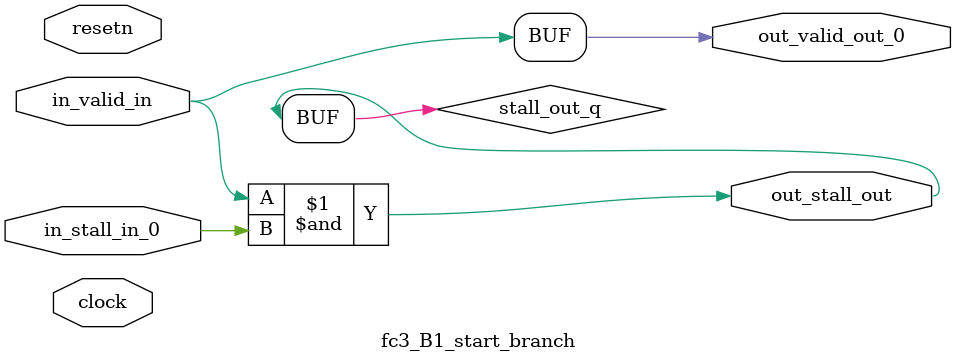
<source format=sv>



(* altera_attribute = "-name AUTO_SHIFT_REGISTER_RECOGNITION OFF; -name MESSAGE_DISABLE 10036; -name MESSAGE_DISABLE 10037; -name MESSAGE_DISABLE 14130; -name MESSAGE_DISABLE 14320; -name MESSAGE_DISABLE 15400; -name MESSAGE_DISABLE 14130; -name MESSAGE_DISABLE 10036; -name MESSAGE_DISABLE 12020; -name MESSAGE_DISABLE 12030; -name MESSAGE_DISABLE 12010; -name MESSAGE_DISABLE 12110; -name MESSAGE_DISABLE 14320; -name MESSAGE_DISABLE 13410; -name MESSAGE_DISABLE 113007; -name MESSAGE_DISABLE 10958" *)
module fc3_B1_start_branch (
    input wire [0:0] in_stall_in_0,
    input wire [0:0] in_valid_in,
    output wire [0:0] out_stall_out,
    output wire [0:0] out_valid_out_0,
    input wire clock,
    input wire resetn
    );

    wire [0:0] stall_out_q;


    // stall_out(LOGICAL,6)
    assign stall_out_q = in_valid_in & in_stall_in_0;

    // out_stall_out(GPOUT,4)
    assign out_stall_out = stall_out_q;

    // out_valid_out_0(GPOUT,5)
    assign out_valid_out_0 = in_valid_in;

endmodule

</source>
